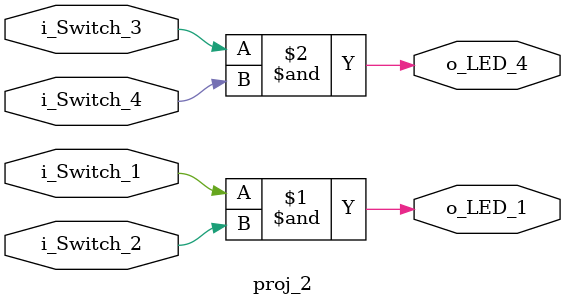
<source format=v>

module proj_2 (
    input  i_Switch_1,
    input  i_Switch_2,
    input  i_Switch_3,
    input  i_Switch_4,
    output o_LED_1   ,
    output o_LED_4 );

    assign o_LED_1 = i_Switch_1 & i_Switch_2;
    assign o_LED_4 = i_Switch_3 & i_Switch_4;


endmodule

</source>
